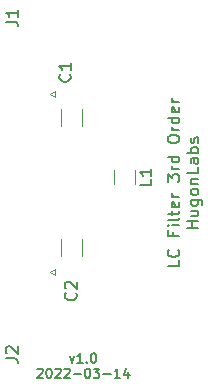
<source format=gto>
%TF.GenerationSoftware,KiCad,Pcbnew,6.0.2-378541a8eb~116~ubuntu20.04.1*%
%TF.CreationDate,2022-03-14T14:09:01-05:00*%
%TF.ProjectId,bessel_filter,62657373-656c-45f6-9669-6c7465722e6b,1.0*%
%TF.SameCoordinates,Original*%
%TF.FileFunction,Legend,Top*%
%TF.FilePolarity,Positive*%
%FSLAX46Y46*%
G04 Gerber Fmt 4.6, Leading zero omitted, Abs format (unit mm)*
G04 Created by KiCad (PCBNEW 6.0.2-378541a8eb~116~ubuntu20.04.1) date 2022-03-14 14:09:01*
%MOMM*%
%LPD*%
G01*
G04 APERTURE LIST*
%ADD10C,0.130000*%
%ADD11C,0.150000*%
%ADD12C,0.120000*%
G04 APERTURE END LIST*
D10*
X120357142Y-97184571D02*
X120547619Y-97717904D01*
X120738095Y-97184571D01*
X121461904Y-97717904D02*
X121004761Y-97717904D01*
X121233333Y-97717904D02*
X121233333Y-96917904D01*
X121157142Y-97032190D01*
X121080952Y-97108380D01*
X121004761Y-97146476D01*
X121804761Y-97641714D02*
X121842857Y-97679809D01*
X121804761Y-97717904D01*
X121766666Y-97679809D01*
X121804761Y-97641714D01*
X121804761Y-97717904D01*
X122338095Y-96917904D02*
X122414285Y-96917904D01*
X122490476Y-96956000D01*
X122528571Y-96994095D01*
X122566666Y-97070285D01*
X122604761Y-97222666D01*
X122604761Y-97413142D01*
X122566666Y-97565523D01*
X122528571Y-97641714D01*
X122490476Y-97679809D01*
X122414285Y-97717904D01*
X122338095Y-97717904D01*
X122261904Y-97679809D01*
X122223809Y-97641714D01*
X122185714Y-97565523D01*
X122147619Y-97413142D01*
X122147619Y-97222666D01*
X122185714Y-97070285D01*
X122223809Y-96994095D01*
X122261904Y-96956000D01*
X122338095Y-96917904D01*
X117614285Y-98282095D02*
X117652380Y-98244000D01*
X117728571Y-98205904D01*
X117919047Y-98205904D01*
X117995238Y-98244000D01*
X118033333Y-98282095D01*
X118071428Y-98358285D01*
X118071428Y-98434476D01*
X118033333Y-98548761D01*
X117576190Y-99005904D01*
X118071428Y-99005904D01*
X118566666Y-98205904D02*
X118642857Y-98205904D01*
X118719047Y-98244000D01*
X118757142Y-98282095D01*
X118795238Y-98358285D01*
X118833333Y-98510666D01*
X118833333Y-98701142D01*
X118795238Y-98853523D01*
X118757142Y-98929714D01*
X118719047Y-98967809D01*
X118642857Y-99005904D01*
X118566666Y-99005904D01*
X118490476Y-98967809D01*
X118452380Y-98929714D01*
X118414285Y-98853523D01*
X118376190Y-98701142D01*
X118376190Y-98510666D01*
X118414285Y-98358285D01*
X118452380Y-98282095D01*
X118490476Y-98244000D01*
X118566666Y-98205904D01*
X119138095Y-98282095D02*
X119176190Y-98244000D01*
X119252380Y-98205904D01*
X119442857Y-98205904D01*
X119519047Y-98244000D01*
X119557142Y-98282095D01*
X119595238Y-98358285D01*
X119595238Y-98434476D01*
X119557142Y-98548761D01*
X119100000Y-99005904D01*
X119595238Y-99005904D01*
X119900000Y-98282095D02*
X119938095Y-98244000D01*
X120014285Y-98205904D01*
X120204761Y-98205904D01*
X120280952Y-98244000D01*
X120319047Y-98282095D01*
X120357142Y-98358285D01*
X120357142Y-98434476D01*
X120319047Y-98548761D01*
X119861904Y-99005904D01*
X120357142Y-99005904D01*
X120700000Y-98701142D02*
X121309523Y-98701142D01*
X121842857Y-98205904D02*
X121919047Y-98205904D01*
X121995238Y-98244000D01*
X122033333Y-98282095D01*
X122071428Y-98358285D01*
X122109523Y-98510666D01*
X122109523Y-98701142D01*
X122071428Y-98853523D01*
X122033333Y-98929714D01*
X121995238Y-98967809D01*
X121919047Y-99005904D01*
X121842857Y-99005904D01*
X121766666Y-98967809D01*
X121728571Y-98929714D01*
X121690476Y-98853523D01*
X121652380Y-98701142D01*
X121652380Y-98510666D01*
X121690476Y-98358285D01*
X121728571Y-98282095D01*
X121766666Y-98244000D01*
X121842857Y-98205904D01*
X122376190Y-98205904D02*
X122871428Y-98205904D01*
X122604761Y-98510666D01*
X122719047Y-98510666D01*
X122795238Y-98548761D01*
X122833333Y-98586857D01*
X122871428Y-98663047D01*
X122871428Y-98853523D01*
X122833333Y-98929714D01*
X122795238Y-98967809D01*
X122719047Y-99005904D01*
X122490476Y-99005904D01*
X122414285Y-98967809D01*
X122376190Y-98929714D01*
X123214285Y-98701142D02*
X123823809Y-98701142D01*
X124623809Y-99005904D02*
X124166666Y-99005904D01*
X124395238Y-99005904D02*
X124395238Y-98205904D01*
X124319047Y-98320190D01*
X124242857Y-98396380D01*
X124166666Y-98434476D01*
X125309523Y-98472571D02*
X125309523Y-99005904D01*
X125119047Y-98167809D02*
X124928571Y-98739238D01*
X125423809Y-98739238D01*
X129647380Y-89047619D02*
X129647380Y-89523809D01*
X128647380Y-89523809D01*
X129552142Y-88142857D02*
X129599761Y-88190476D01*
X129647380Y-88333333D01*
X129647380Y-88428571D01*
X129599761Y-88571428D01*
X129504523Y-88666666D01*
X129409285Y-88714285D01*
X129218809Y-88761904D01*
X129075952Y-88761904D01*
X128885476Y-88714285D01*
X128790238Y-88666666D01*
X128695000Y-88571428D01*
X128647380Y-88428571D01*
X128647380Y-88333333D01*
X128695000Y-88190476D01*
X128742619Y-88142857D01*
X129123571Y-86619047D02*
X129123571Y-86952380D01*
X129647380Y-86952380D02*
X128647380Y-86952380D01*
X128647380Y-86476190D01*
X129647380Y-86095238D02*
X128980714Y-86095238D01*
X128647380Y-86095238D02*
X128695000Y-86142857D01*
X128742619Y-86095238D01*
X128695000Y-86047619D01*
X128647380Y-86095238D01*
X128742619Y-86095238D01*
X129647380Y-85476190D02*
X129599761Y-85571428D01*
X129504523Y-85619047D01*
X128647380Y-85619047D01*
X128980714Y-85238095D02*
X128980714Y-84857142D01*
X128647380Y-85095238D02*
X129504523Y-85095238D01*
X129599761Y-85047619D01*
X129647380Y-84952380D01*
X129647380Y-84857142D01*
X129599761Y-84142857D02*
X129647380Y-84238095D01*
X129647380Y-84428571D01*
X129599761Y-84523809D01*
X129504523Y-84571428D01*
X129123571Y-84571428D01*
X129028333Y-84523809D01*
X128980714Y-84428571D01*
X128980714Y-84238095D01*
X129028333Y-84142857D01*
X129123571Y-84095238D01*
X129218809Y-84095238D01*
X129314047Y-84571428D01*
X129647380Y-83666666D02*
X128980714Y-83666666D01*
X129171190Y-83666666D02*
X129075952Y-83619047D01*
X129028333Y-83571428D01*
X128980714Y-83476190D01*
X128980714Y-83380952D01*
X128647380Y-82380952D02*
X128647380Y-81761904D01*
X129028333Y-82095238D01*
X129028333Y-81952380D01*
X129075952Y-81857142D01*
X129123571Y-81809523D01*
X129218809Y-81761904D01*
X129456904Y-81761904D01*
X129552142Y-81809523D01*
X129599761Y-81857142D01*
X129647380Y-81952380D01*
X129647380Y-82238095D01*
X129599761Y-82333333D01*
X129552142Y-82380952D01*
X129647380Y-81333333D02*
X128980714Y-81333333D01*
X129171190Y-81333333D02*
X129075952Y-81285714D01*
X129028333Y-81238095D01*
X128980714Y-81142857D01*
X128980714Y-81047619D01*
X129647380Y-80285714D02*
X128647380Y-80285714D01*
X129599761Y-80285714D02*
X129647380Y-80380952D01*
X129647380Y-80571428D01*
X129599761Y-80666666D01*
X129552142Y-80714285D01*
X129456904Y-80761904D01*
X129171190Y-80761904D01*
X129075952Y-80714285D01*
X129028333Y-80666666D01*
X128980714Y-80571428D01*
X128980714Y-80380952D01*
X129028333Y-80285714D01*
X128647380Y-78857142D02*
X128647380Y-78666666D01*
X128695000Y-78571428D01*
X128790238Y-78476190D01*
X128980714Y-78428571D01*
X129314047Y-78428571D01*
X129504523Y-78476190D01*
X129599761Y-78571428D01*
X129647380Y-78666666D01*
X129647380Y-78857142D01*
X129599761Y-78952380D01*
X129504523Y-79047619D01*
X129314047Y-79095238D01*
X128980714Y-79095238D01*
X128790238Y-79047619D01*
X128695000Y-78952380D01*
X128647380Y-78857142D01*
X129647380Y-78000000D02*
X128980714Y-78000000D01*
X129171190Y-78000000D02*
X129075952Y-77952380D01*
X129028333Y-77904761D01*
X128980714Y-77809523D01*
X128980714Y-77714285D01*
X129647380Y-76952380D02*
X128647380Y-76952380D01*
X129599761Y-76952380D02*
X129647380Y-77047619D01*
X129647380Y-77238095D01*
X129599761Y-77333333D01*
X129552142Y-77380952D01*
X129456904Y-77428571D01*
X129171190Y-77428571D01*
X129075952Y-77380952D01*
X129028333Y-77333333D01*
X128980714Y-77238095D01*
X128980714Y-77047619D01*
X129028333Y-76952380D01*
X129599761Y-76095238D02*
X129647380Y-76190476D01*
X129647380Y-76380952D01*
X129599761Y-76476190D01*
X129504523Y-76523809D01*
X129123571Y-76523809D01*
X129028333Y-76476190D01*
X128980714Y-76380952D01*
X128980714Y-76190476D01*
X129028333Y-76095238D01*
X129123571Y-76047619D01*
X129218809Y-76047619D01*
X129314047Y-76523809D01*
X129647380Y-75619047D02*
X128980714Y-75619047D01*
X129171190Y-75619047D02*
X129075952Y-75571428D01*
X129028333Y-75523809D01*
X128980714Y-75428571D01*
X128980714Y-75333333D01*
X131257380Y-86309523D02*
X130257380Y-86309523D01*
X130733571Y-86309523D02*
X130733571Y-85738095D01*
X131257380Y-85738095D02*
X130257380Y-85738095D01*
X130590714Y-84833333D02*
X131257380Y-84833333D01*
X130590714Y-85261904D02*
X131114523Y-85261904D01*
X131209761Y-85214285D01*
X131257380Y-85119047D01*
X131257380Y-84976190D01*
X131209761Y-84880952D01*
X131162142Y-84833333D01*
X130590714Y-83928571D02*
X131400238Y-83928571D01*
X131495476Y-83976190D01*
X131543095Y-84023809D01*
X131590714Y-84119047D01*
X131590714Y-84261904D01*
X131543095Y-84357142D01*
X131209761Y-83928571D02*
X131257380Y-84023809D01*
X131257380Y-84214285D01*
X131209761Y-84309523D01*
X131162142Y-84357142D01*
X131066904Y-84404761D01*
X130781190Y-84404761D01*
X130685952Y-84357142D01*
X130638333Y-84309523D01*
X130590714Y-84214285D01*
X130590714Y-84023809D01*
X130638333Y-83928571D01*
X131257380Y-83309523D02*
X131209761Y-83404761D01*
X131162142Y-83452380D01*
X131066904Y-83500000D01*
X130781190Y-83500000D01*
X130685952Y-83452380D01*
X130638333Y-83404761D01*
X130590714Y-83309523D01*
X130590714Y-83166666D01*
X130638333Y-83071428D01*
X130685952Y-83023809D01*
X130781190Y-82976190D01*
X131066904Y-82976190D01*
X131162142Y-83023809D01*
X131209761Y-83071428D01*
X131257380Y-83166666D01*
X131257380Y-83309523D01*
X130590714Y-82547619D02*
X131257380Y-82547619D01*
X130685952Y-82547619D02*
X130638333Y-82500000D01*
X130590714Y-82404761D01*
X130590714Y-82261904D01*
X130638333Y-82166666D01*
X130733571Y-82119047D01*
X131257380Y-82119047D01*
X131257380Y-81166666D02*
X131257380Y-81642857D01*
X130257380Y-81642857D01*
X131257380Y-80404761D02*
X130733571Y-80404761D01*
X130638333Y-80452380D01*
X130590714Y-80547619D01*
X130590714Y-80738095D01*
X130638333Y-80833333D01*
X131209761Y-80404761D02*
X131257380Y-80500000D01*
X131257380Y-80738095D01*
X131209761Y-80833333D01*
X131114523Y-80880952D01*
X131019285Y-80880952D01*
X130924047Y-80833333D01*
X130876428Y-80738095D01*
X130876428Y-80500000D01*
X130828809Y-80404761D01*
X131257380Y-79928571D02*
X130257380Y-79928571D01*
X130638333Y-79928571D02*
X130590714Y-79833333D01*
X130590714Y-79642857D01*
X130638333Y-79547619D01*
X130685952Y-79500000D01*
X130781190Y-79452380D01*
X131066904Y-79452380D01*
X131162142Y-79500000D01*
X131209761Y-79547619D01*
X131257380Y-79642857D01*
X131257380Y-79833333D01*
X131209761Y-79928571D01*
X131209761Y-79071428D02*
X131257380Y-78976190D01*
X131257380Y-78785714D01*
X131209761Y-78690476D01*
X131114523Y-78642857D01*
X131066904Y-78642857D01*
X130971666Y-78690476D01*
X130924047Y-78785714D01*
X130924047Y-78928571D01*
X130876428Y-79023809D01*
X130781190Y-79071428D01*
X130733571Y-79071428D01*
X130638333Y-79023809D01*
X130590714Y-78928571D01*
X130590714Y-78785714D01*
X130638333Y-78690476D01*
D11*
%TO.C,L1*%
X127272380Y-82154166D02*
X127272380Y-82630357D01*
X126272380Y-82630357D01*
X127272380Y-81297023D02*
X127272380Y-81868452D01*
X127272380Y-81582738D02*
X126272380Y-81582738D01*
X126415238Y-81677976D01*
X126510476Y-81773214D01*
X126558095Y-81868452D01*
%TO.C,C1*%
X120357142Y-73291666D02*
X120404761Y-73339285D01*
X120452380Y-73482142D01*
X120452380Y-73577380D01*
X120404761Y-73720238D01*
X120309523Y-73815476D01*
X120214285Y-73863095D01*
X120023809Y-73910714D01*
X119880952Y-73910714D01*
X119690476Y-73863095D01*
X119595238Y-73815476D01*
X119500000Y-73720238D01*
X119452380Y-73577380D01*
X119452380Y-73482142D01*
X119500000Y-73339285D01*
X119547619Y-73291666D01*
X120452380Y-72339285D02*
X120452380Y-72910714D01*
X120452380Y-72625000D02*
X119452380Y-72625000D01*
X119595238Y-72720238D01*
X119690476Y-72815476D01*
X119738095Y-72910714D01*
%TO.C,C2*%
X120857142Y-91791666D02*
X120904761Y-91839285D01*
X120952380Y-91982142D01*
X120952380Y-92077380D01*
X120904761Y-92220238D01*
X120809523Y-92315476D01*
X120714285Y-92363095D01*
X120523809Y-92410714D01*
X120380952Y-92410714D01*
X120190476Y-92363095D01*
X120095238Y-92315476D01*
X120000000Y-92220238D01*
X119952380Y-92077380D01*
X119952380Y-91982142D01*
X120000000Y-91839285D01*
X120047619Y-91791666D01*
X120047619Y-91410714D02*
X120000000Y-91363095D01*
X119952380Y-91267857D01*
X119952380Y-91029761D01*
X120000000Y-90934523D01*
X120047619Y-90886904D01*
X120142857Y-90839285D01*
X120238095Y-90839285D01*
X120380952Y-90886904D01*
X120952380Y-91458333D01*
X120952380Y-90839285D01*
%TO.C,J1*%
X114952380Y-68833333D02*
X115666666Y-68833333D01*
X115809523Y-68880952D01*
X115904761Y-68976190D01*
X115952380Y-69119047D01*
X115952380Y-69214285D01*
X115952380Y-67833333D02*
X115952380Y-68404761D01*
X115952380Y-68119047D02*
X114952380Y-68119047D01*
X115095238Y-68214285D01*
X115190476Y-68309523D01*
X115238095Y-68404761D01*
%TO.C,J2*%
X114952380Y-97333333D02*
X115666666Y-97333333D01*
X115809523Y-97380952D01*
X115904761Y-97476190D01*
X115952380Y-97619047D01*
X115952380Y-97714285D01*
X115047619Y-96904761D02*
X115000000Y-96857142D01*
X114952380Y-96761904D01*
X114952380Y-96523809D01*
X115000000Y-96428571D01*
X115047619Y-96380952D01*
X115142857Y-96333333D01*
X115238095Y-96333333D01*
X115380952Y-96380952D01*
X115952380Y-96952380D01*
X115952380Y-96333333D01*
D12*
%TO.C,L1*%
X124090000Y-81385436D02*
X124090000Y-82589564D01*
X125910000Y-81385436D02*
X125910000Y-82589564D01*
%TO.C,C1*%
X119590000Y-76226248D02*
X119590000Y-77648752D01*
X121410000Y-76226248D02*
X121410000Y-77648752D01*
%TO.C,C2*%
X121410000Y-88648752D02*
X121410000Y-87226248D01*
X119590000Y-88648752D02*
X119590000Y-87226248D01*
%TO.C,J1*%
X118653000Y-75000000D02*
X119153000Y-75250000D01*
X119153000Y-74750000D02*
X118653000Y-75000000D01*
X119153000Y-75250000D02*
X119153000Y-74750000D01*
%TO.C,J2*%
X119153000Y-89750000D02*
X118653000Y-90000000D01*
X118653000Y-90000000D02*
X119153000Y-90250000D01*
X119153000Y-90250000D02*
X119153000Y-89750000D01*
%TD*%
M02*

</source>
